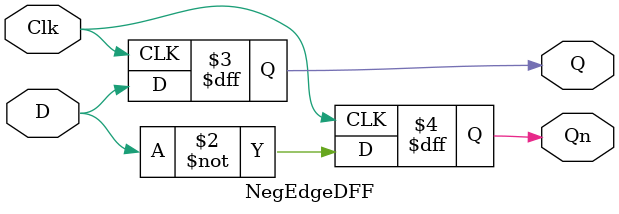
<source format=v>
module Lab5p1(D,Q,Qn,Q1,Q1n,Q2,Q2n,Clk);
	input D,Clk;
	output Q,Qn,Q1,Q1n,Q2,Q2n;
	GatedDLatch p1(D,Q,Qn,Clk);
	PosEdgeDFF p2(D,Q1,Q1n,Clk);
	NegEdgeDFF p3(D,Q2,Q2n,Clk);
	endmodule

module GatedDLatch(D,Q,Qn,Clk);
	input D,Clk;
	output reg Q,Qn;
	always @(D,Clk)
		begin
		if(Clk==1'b1)
			begin
			Q=D;
			Qn=~D;
			end
		end
endmodule

module PosEdgeDFF(D,Q,Qn,Clk);
	input D,Clk;
	output reg Q,Qn;
	always @(posedge Clk)
		begin
			Q<=D;
			Qn<=~D;
		end
endmodule

module NegEdgeDFF(D,Q,Qn,Clk);
	input D,Clk;
	output reg Q,Qn;
	always @(negedge Clk)
		begin
			Q<=D;
			Qn<=~D;
		end
endmodule

</source>
